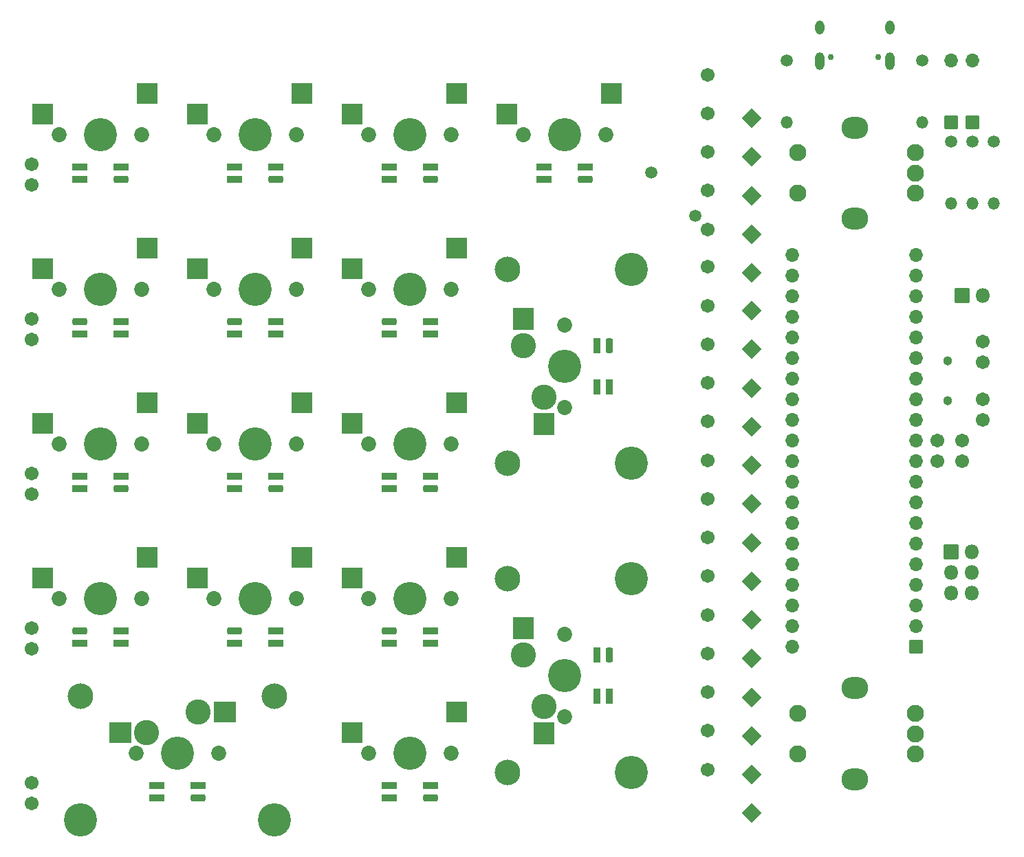
<source format=gbr>
G04 #@! TF.GenerationSoftware,KiCad,Pcbnew,(6.0.5)*
G04 #@! TF.CreationDate,2022-05-22T00:57:22-06:00*
G04 #@! TF.ProjectId,base,62617365-2e6b-4696-9361-645f70636258,rev?*
G04 #@! TF.SameCoordinates,Original*
G04 #@! TF.FileFunction,Soldermask,Bot*
G04 #@! TF.FilePolarity,Negative*
%FSLAX46Y46*%
G04 Gerber Fmt 4.6, Leading zero omitted, Abs format (unit mm)*
G04 Created by KiCad (PCBNEW (6.0.5)) date 2022-05-22 00:57:22*
%MOMM*%
%LPD*%
G01*
G04 APERTURE LIST*
G04 Aperture macros list*
%AMRoundRect*
0 Rectangle with rounded corners*
0 $1 Rounding radius*
0 $2 $3 $4 $5 $6 $7 $8 $9 X,Y pos of 4 corners*
0 Add a 4 corners polygon primitive as box body*
4,1,4,$2,$3,$4,$5,$6,$7,$8,$9,$2,$3,0*
0 Add four circle primitives for the rounded corners*
1,1,$1+$1,$2,$3*
1,1,$1+$1,$4,$5*
1,1,$1+$1,$6,$7*
1,1,$1+$1,$8,$9*
0 Add four rect primitives between the rounded corners*
20,1,$1+$1,$2,$3,$4,$5,0*
20,1,$1+$1,$4,$5,$6,$7,0*
20,1,$1+$1,$6,$7,$8,$9,0*
20,1,$1+$1,$8,$9,$2,$3,0*%
%AMHorizOval*
0 Thick line with rounded ends*
0 $1 width*
0 $2 $3 position (X,Y) of the first rounded end (center of the circle)*
0 $4 $5 position (X,Y) of the second rounded end (center of the circle)*
0 Add line between two ends*
20,1,$1,$2,$3,$4,$5,0*
0 Add two circle primitives to create the rounded ends*
1,1,$1,$2,$3*
1,1,$1,$4,$5*%
G04 Aperture macros list end*
%ADD10RoundRect,0.051000X-0.850000X-0.850000X0.850000X-0.850000X0.850000X0.850000X-0.850000X0.850000X0*%
%ADD11O,1.802000X1.802000*%
%ADD12RoundRect,0.051000X1.131371X0.000000X0.000000X1.131371X-1.131371X0.000000X0.000000X-1.131371X0*%
%ADD13HorizOval,1.702000X0.000000X0.000000X0.000000X0.000000X0*%
%ADD14C,1.702000*%
%ADD15C,1.852000*%
%ADD16C,4.089800*%
%ADD17R,2.550000X2.500000*%
%ADD18C,1.132000*%
%ADD19RoundRect,1.351000X0.300000X0.000000X0.300000X0.000000X-0.300000X0.000000X-0.300000X0.000000X0*%
%ADD20C,2.102000*%
%ADD21C,3.150000*%
%ADD22C,3.102000*%
%ADD23RoundRect,0.051000X1.250000X-1.275000X1.250000X1.275000X-1.250000X1.275000X-1.250000X-1.275000X0*%
%ADD24RoundRect,0.051000X0.800000X0.800000X-0.800000X0.800000X-0.800000X-0.800000X0.800000X-0.800000X0*%
%ADD25O,1.702000X1.702000*%
%ADD26C,1.502000*%
%ADD27O,1.502000X1.502000*%
%ADD28C,0.752000*%
%ADD29O,1.102000X1.702000*%
%ADD30O,1.102000X2.202000*%
%ADD31RoundRect,0.051000X0.800000X-0.800000X0.800000X0.800000X-0.800000X0.800000X-0.800000X-0.800000X0*%
%ADD32RoundRect,0.051000X-1.275000X-1.250000X1.275000X-1.250000X1.275000X1.250000X-1.275000X1.250000X0*%
%ADD33HorizOval,1.502000X0.000000X0.000000X0.000000X0.000000X0*%
%ADD34RoundRect,0.051000X0.850000X-0.850000X0.850000X0.850000X-0.850000X0.850000X-0.850000X-0.850000X0*%
%ADD35RoundRect,0.051000X-0.850000X-0.410000X0.850000X-0.410000X0.850000X0.410000X-0.850000X0.410000X0*%
%ADD36RoundRect,0.256000X-0.645000X-0.205000X0.645000X-0.205000X0.645000X0.205000X-0.645000X0.205000X0*%
%ADD37RoundRect,0.051000X0.850000X0.410000X-0.850000X0.410000X-0.850000X-0.410000X0.850000X-0.410000X0*%
%ADD38RoundRect,0.256000X0.645000X0.205000X-0.645000X0.205000X-0.645000X-0.205000X0.645000X-0.205000X0*%
%ADD39RoundRect,0.051000X0.410000X-0.850000X0.410000X0.850000X-0.410000X0.850000X-0.410000X-0.850000X0*%
%ADD40RoundRect,0.256000X0.205000X-0.645000X0.205000X0.645000X-0.205000X0.645000X-0.205000X-0.645000X0*%
G04 APERTURE END LIST*
D10*
X214324000Y-115715000D03*
D11*
X216864000Y-115715000D03*
X214324000Y-118255000D03*
X216864000Y-118255000D03*
X214324000Y-120795000D03*
X216864000Y-120795000D03*
D12*
X189706250Y-95531077D03*
D13*
X184318096Y-90142923D03*
D14*
X218139000Y-96924000D03*
X218139000Y-99424000D03*
D12*
X189706250Y-105056077D03*
D13*
X184318096Y-99667923D03*
D12*
X189706250Y-90768577D03*
D13*
X184318096Y-85380423D03*
D12*
X189706250Y-76596875D03*
D13*
X184318096Y-71208721D03*
D14*
X218139000Y-92312000D03*
X218139000Y-89812000D03*
D15*
X104457500Y-121443750D03*
D16*
X109537500Y-121443750D03*
D17*
X102452500Y-118903750D03*
D15*
X114617500Y-121443750D03*
D17*
X115352500Y-116363750D03*
D12*
X189706250Y-71834375D03*
D13*
X184318096Y-66446221D03*
D12*
X189706250Y-67071875D03*
D13*
X184318096Y-61683721D03*
D12*
X189706250Y-124106077D03*
D13*
X184318096Y-118717923D03*
D12*
X189706250Y-100293577D03*
D13*
X184318096Y-94905423D03*
D12*
X189706250Y-86006077D03*
D13*
X184318096Y-80617923D03*
D12*
X189706250Y-62309375D03*
D13*
X184318096Y-56921221D03*
D12*
X189706250Y-119343577D03*
D13*
X184318096Y-113955423D03*
D12*
X189706250Y-114581077D03*
D13*
X184318096Y-109192923D03*
D12*
X189706250Y-109818577D03*
D13*
X184318096Y-104430423D03*
D12*
X189706250Y-147929779D03*
D13*
X184318096Y-142541625D03*
D12*
X189706250Y-143156077D03*
D13*
X184318096Y-137767923D03*
D16*
X147637500Y-64293750D03*
D17*
X140552500Y-61753750D03*
D15*
X142557500Y-64293750D03*
X152717500Y-64293750D03*
D17*
X153452500Y-59213750D03*
D18*
X213821000Y-92178000D03*
X213821000Y-97058000D03*
D19*
X202406250Y-132512500D03*
X202406250Y-143712500D03*
D20*
X195406250Y-140612500D03*
X195406250Y-135612500D03*
X209906250Y-140612500D03*
X209906250Y-138112500D03*
X209906250Y-135612500D03*
D17*
X140552500Y-118903750D03*
D15*
X142557500Y-121443750D03*
D17*
X153452500Y-116363750D03*
D16*
X147637500Y-121443750D03*
D15*
X152717500Y-121443750D03*
D17*
X121502500Y-61753750D03*
X134402500Y-59213750D03*
D16*
X128587500Y-64293750D03*
D15*
X133667500Y-64293750D03*
X123507500Y-64293750D03*
D21*
X159702500Y-104806750D03*
D16*
X174942500Y-80930750D03*
X174942500Y-104806750D03*
D15*
X166687500Y-87788750D03*
D21*
X159702500Y-80930750D03*
D22*
X164147500Y-96678750D03*
X161607500Y-90328750D03*
D15*
X166687500Y-97948750D03*
D16*
X166687500Y-92868750D03*
D23*
X164147500Y-99953750D03*
X161607500Y-87026750D03*
D17*
X115352500Y-78263750D03*
D16*
X109537500Y-83343750D03*
D15*
X114617500Y-83343750D03*
X104457500Y-83343750D03*
D17*
X102452500Y-80803750D03*
D15*
X142557500Y-140493750D03*
D17*
X153452500Y-135413750D03*
D15*
X152717500Y-140493750D03*
D17*
X140552500Y-137953750D03*
D16*
X147637500Y-140493750D03*
D17*
X172502500Y-59213750D03*
D16*
X166687500Y-64293750D03*
D17*
X159602500Y-61753750D03*
D15*
X161607500Y-64293750D03*
X171767500Y-64293750D03*
X166687500Y-136048750D03*
D22*
X164147500Y-134778750D03*
X161607500Y-128428750D03*
D16*
X166687500Y-130968750D03*
X174942500Y-142906750D03*
D21*
X159702500Y-119030750D03*
D15*
X166687500Y-125888750D03*
D21*
X159702500Y-142906750D03*
D16*
X174942500Y-119030750D03*
D23*
X164147500Y-138053750D03*
X161607500Y-125126750D03*
D17*
X140552500Y-80803750D03*
X153452500Y-78263750D03*
D15*
X152717500Y-83343750D03*
D16*
X147637500Y-83343750D03*
D15*
X142557500Y-83343750D03*
D17*
X102452500Y-99853750D03*
X115352500Y-97313750D03*
D16*
X109537500Y-102393750D03*
D15*
X104457500Y-102393750D03*
X114617500Y-102393750D03*
D16*
X128587500Y-102393750D03*
D15*
X133667500Y-102393750D03*
D17*
X134402500Y-97313750D03*
D15*
X123507500Y-102393750D03*
D17*
X121502500Y-99853750D03*
D12*
X189706250Y-133631077D03*
D13*
X184318096Y-128242923D03*
D12*
X189706250Y-128868577D03*
D13*
X184318096Y-123480423D03*
D12*
X189706250Y-138393577D03*
D13*
X184318096Y-133005423D03*
D17*
X115352500Y-59213750D03*
D15*
X104457500Y-64293750D03*
X114617500Y-64293750D03*
D16*
X109537500Y-64293750D03*
D17*
X102452500Y-61753750D03*
D15*
X133667500Y-83343750D03*
D17*
X121502500Y-80803750D03*
D15*
X123507500Y-83343750D03*
D17*
X134402500Y-78263750D03*
D16*
X128587500Y-83343750D03*
D15*
X123507500Y-121443750D03*
D17*
X121502500Y-118903750D03*
X134402500Y-116363750D03*
D16*
X128587500Y-121443750D03*
D15*
X133667500Y-121443750D03*
D12*
X189706250Y-81359375D03*
D13*
X184318096Y-75971221D03*
D24*
X209946875Y-127396875D03*
D25*
X209946875Y-124856875D03*
X209946875Y-122316875D03*
X209946875Y-119776875D03*
X209946875Y-117236875D03*
X209946875Y-114696875D03*
X209946875Y-112156875D03*
X209946875Y-109616875D03*
X209946875Y-107076875D03*
X209946875Y-104536875D03*
X209946875Y-101996875D03*
X209946875Y-99456875D03*
X209946875Y-96916875D03*
X209946875Y-94376875D03*
X209946875Y-91836875D03*
X209946875Y-89296875D03*
X209946875Y-86756875D03*
X209946875Y-84216875D03*
X209946875Y-81676875D03*
X209946875Y-79136875D03*
X194706875Y-79136875D03*
X194706875Y-81676875D03*
X194706875Y-84216875D03*
X194706875Y-86756875D03*
X194706875Y-89296875D03*
X194706875Y-91836875D03*
X194706875Y-94376875D03*
X194706875Y-96916875D03*
X194706875Y-99456875D03*
X194706875Y-101996875D03*
X194706875Y-104536875D03*
X194706875Y-107076875D03*
X194706875Y-109616875D03*
X194706875Y-112156875D03*
X194706875Y-114696875D03*
X194706875Y-117236875D03*
X194706875Y-119776875D03*
X194706875Y-122316875D03*
X194706875Y-124856875D03*
X194706875Y-127396875D03*
D26*
X216900000Y-65200000D03*
D27*
X216900000Y-72820000D03*
D26*
X210725000Y-55143750D03*
D27*
X210725000Y-62763750D03*
D28*
X199510000Y-54750000D03*
X205290000Y-54750000D03*
D29*
X198080000Y-51100000D03*
D30*
X198080000Y-55280000D03*
X206720000Y-55280000D03*
D29*
X206720000Y-51100000D03*
D26*
X214312500Y-65196875D03*
D27*
X214312500Y-72816875D03*
D19*
X202406250Y-63456250D03*
X202406250Y-74656250D03*
D20*
X195406250Y-71556250D03*
X195406250Y-66556250D03*
X209906250Y-71556250D03*
X209906250Y-69056250D03*
X209906250Y-66556250D03*
D14*
X212551000Y-102004000D03*
X212551000Y-104504000D03*
X215599000Y-102004000D03*
X215599000Y-104504000D03*
D31*
X216900000Y-62800000D03*
D25*
X216900000Y-55180000D03*
D26*
X194056250Y-55143750D03*
D27*
X194056250Y-62763750D03*
D26*
X219500000Y-65200000D03*
D27*
X219500000Y-72820000D03*
D31*
X214300000Y-62800000D03*
D25*
X214300000Y-55180000D03*
D17*
X153452500Y-97313750D03*
D16*
X147637500Y-102393750D03*
D15*
X152717500Y-102393750D03*
X142557500Y-102393750D03*
D17*
X140552500Y-99853750D03*
D21*
X107124500Y-133508750D03*
D22*
X121602500Y-135413750D03*
D16*
X119062500Y-140493750D03*
D15*
X124142500Y-140493750D03*
D21*
X131000500Y-133508750D03*
D22*
X115252500Y-137953750D03*
D15*
X113982500Y-140493750D03*
D16*
X107124500Y-148748750D03*
X131000500Y-148748750D03*
D32*
X111977500Y-137953750D03*
X124904500Y-135413750D03*
D26*
X177400000Y-68950000D03*
D33*
X182788154Y-74338154D03*
D14*
X101045000Y-70468000D03*
X101045000Y-67968000D03*
X101045000Y-127618000D03*
X101045000Y-125118000D03*
X101045000Y-146668000D03*
X101045000Y-144168000D03*
D34*
X215606000Y-84172000D03*
D11*
X218146000Y-84172000D03*
D14*
X101045000Y-108568000D03*
X101045000Y-106068000D03*
X101045000Y-89518000D03*
X101045000Y-87018000D03*
D35*
X164137500Y-68306250D03*
X164137500Y-69806250D03*
D36*
X169237500Y-69806250D03*
D35*
X169237500Y-68306250D03*
X116512500Y-144506250D03*
X116512500Y-146006250D03*
D36*
X121612500Y-146006250D03*
D35*
X121612500Y-144506250D03*
X126037500Y-68306250D03*
X126037500Y-69806250D03*
D36*
X131137500Y-69806250D03*
D35*
X131137500Y-68306250D03*
D37*
X150187500Y-88856250D03*
X150187500Y-87356250D03*
D38*
X145087500Y-87356250D03*
D37*
X145087500Y-88856250D03*
X112087500Y-88856250D03*
X112087500Y-87356250D03*
D38*
X106987500Y-87356250D03*
D37*
X106987500Y-88856250D03*
X131137500Y-88856250D03*
X131137500Y-87356250D03*
D38*
X126037500Y-87356250D03*
D37*
X126037500Y-88856250D03*
D35*
X126037500Y-106406250D03*
X126037500Y-107906250D03*
D36*
X131137500Y-107906250D03*
D35*
X131137500Y-106406250D03*
D37*
X112087500Y-126956250D03*
X112087500Y-125456250D03*
D38*
X106987500Y-125456250D03*
D37*
X106987500Y-126956250D03*
X150187500Y-126956250D03*
X150187500Y-125456250D03*
D38*
X145087500Y-125456250D03*
D37*
X145087500Y-126956250D03*
D35*
X145087500Y-106406250D03*
X145087500Y-107906250D03*
D36*
X150187500Y-107906250D03*
D35*
X150187500Y-106406250D03*
D37*
X131137500Y-126956250D03*
X131137500Y-125456250D03*
D38*
X126037500Y-125456250D03*
D37*
X126037500Y-126956250D03*
D35*
X106987500Y-106406250D03*
X106987500Y-107906250D03*
D36*
X112087500Y-107906250D03*
D35*
X112087500Y-106406250D03*
D39*
X170700000Y-133518750D03*
X172200000Y-133518750D03*
D40*
X172200000Y-128418750D03*
D39*
X170700000Y-128418750D03*
X170700000Y-95418750D03*
X172200000Y-95418750D03*
D40*
X172200000Y-90318750D03*
D39*
X170700000Y-90318750D03*
D35*
X145087500Y-144506250D03*
X145087500Y-146006250D03*
D36*
X150187500Y-146006250D03*
D35*
X150187500Y-144506250D03*
X145087500Y-68306250D03*
X145087500Y-69806250D03*
D36*
X150187500Y-69806250D03*
D35*
X150187500Y-68306250D03*
X106987500Y-68306250D03*
X106987500Y-69806250D03*
D36*
X112087500Y-69806250D03*
D35*
X112087500Y-68306250D03*
M02*

</source>
